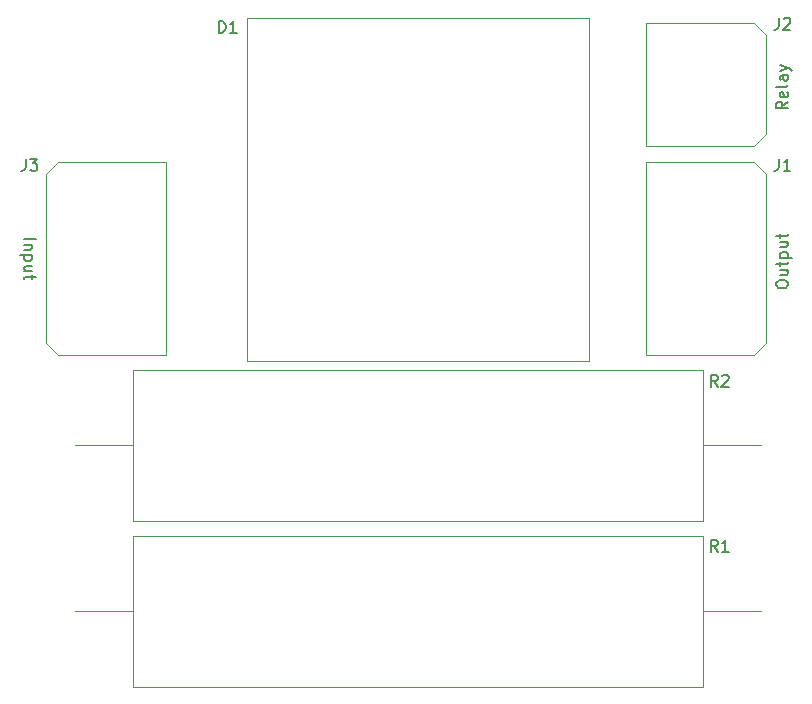
<source format=gbr>
%TF.GenerationSoftware,KiCad,Pcbnew,(6.0.1)*%
%TF.CreationDate,2022-06-01T15:12:45+03:00*%
%TF.ProjectId,Charge Adapter,43686172-6765-4204-9164-61707465722e,rev?*%
%TF.SameCoordinates,Original*%
%TF.FileFunction,Legend,Top*%
%TF.FilePolarity,Positive*%
%FSLAX46Y46*%
G04 Gerber Fmt 4.6, Leading zero omitted, Abs format (unit mm)*
G04 Created by KiCad (PCBNEW (6.0.1)) date 2022-06-01 15:12:45*
%MOMM*%
%LPD*%
G01*
G04 APERTURE LIST*
%ADD10C,0.150000*%
%ADD11C,0.120000*%
G04 APERTURE END LIST*
D10*
X155900380Y-54046285D02*
X155424190Y-54379619D01*
X155900380Y-54617714D02*
X154900380Y-54617714D01*
X154900380Y-54236761D01*
X154948000Y-54141523D01*
X154995619Y-54093904D01*
X155090857Y-54046285D01*
X155233714Y-54046285D01*
X155328952Y-54093904D01*
X155376571Y-54141523D01*
X155424190Y-54236761D01*
X155424190Y-54617714D01*
X155852761Y-53236761D02*
X155900380Y-53332000D01*
X155900380Y-53522476D01*
X155852761Y-53617714D01*
X155757523Y-53665333D01*
X155376571Y-53665333D01*
X155281333Y-53617714D01*
X155233714Y-53522476D01*
X155233714Y-53332000D01*
X155281333Y-53236761D01*
X155376571Y-53189142D01*
X155471809Y-53189142D01*
X155567047Y-53665333D01*
X155900380Y-52617714D02*
X155852761Y-52712952D01*
X155757523Y-52760571D01*
X154900380Y-52760571D01*
X155900380Y-51808190D02*
X155376571Y-51808190D01*
X155281333Y-51855809D01*
X155233714Y-51951047D01*
X155233714Y-52141523D01*
X155281333Y-52236761D01*
X155852761Y-51808190D02*
X155900380Y-51903428D01*
X155900380Y-52141523D01*
X155852761Y-52236761D01*
X155757523Y-52284380D01*
X155662285Y-52284380D01*
X155567047Y-52236761D01*
X155519428Y-52141523D01*
X155519428Y-51903428D01*
X155471809Y-51808190D01*
X155233714Y-51427238D02*
X155900380Y-51189142D01*
X155233714Y-50951047D02*
X155900380Y-51189142D01*
X156138476Y-51284380D01*
X156186095Y-51332000D01*
X156233714Y-51427238D01*
X154900380Y-69587809D02*
X154900380Y-69397333D01*
X154948000Y-69302095D01*
X155043238Y-69206857D01*
X155233714Y-69159238D01*
X155567047Y-69159238D01*
X155757523Y-69206857D01*
X155852761Y-69302095D01*
X155900380Y-69397333D01*
X155900380Y-69587809D01*
X155852761Y-69683047D01*
X155757523Y-69778285D01*
X155567047Y-69825904D01*
X155233714Y-69825904D01*
X155043238Y-69778285D01*
X154948000Y-69683047D01*
X154900380Y-69587809D01*
X155233714Y-68302095D02*
X155900380Y-68302095D01*
X155233714Y-68730666D02*
X155757523Y-68730666D01*
X155852761Y-68683047D01*
X155900380Y-68587809D01*
X155900380Y-68444952D01*
X155852761Y-68349714D01*
X155805142Y-68302095D01*
X155233714Y-67968761D02*
X155233714Y-67587809D01*
X154900380Y-67825904D02*
X155757523Y-67825904D01*
X155852761Y-67778285D01*
X155900380Y-67683047D01*
X155900380Y-67587809D01*
X155233714Y-67254476D02*
X156233714Y-67254476D01*
X155281333Y-67254476D02*
X155233714Y-67159238D01*
X155233714Y-66968761D01*
X155281333Y-66873523D01*
X155328952Y-66825904D01*
X155424190Y-66778285D01*
X155709904Y-66778285D01*
X155805142Y-66825904D01*
X155852761Y-66873523D01*
X155900380Y-66968761D01*
X155900380Y-67159238D01*
X155852761Y-67254476D01*
X155233714Y-65921142D02*
X155900380Y-65921142D01*
X155233714Y-66349714D02*
X155757523Y-66349714D01*
X155852761Y-66302095D01*
X155900380Y-66206857D01*
X155900380Y-66064000D01*
X155852761Y-65968761D01*
X155805142Y-65921142D01*
X155233714Y-65587809D02*
X155233714Y-65206857D01*
X154900380Y-65444952D02*
X155757523Y-65444952D01*
X155852761Y-65397333D01*
X155900380Y-65302095D01*
X155900380Y-65206857D01*
X91241619Y-65667142D02*
X92241619Y-65667142D01*
X91908285Y-66143333D02*
X91241619Y-66143333D01*
X91813047Y-66143333D02*
X91860666Y-66190952D01*
X91908285Y-66286190D01*
X91908285Y-66429047D01*
X91860666Y-66524285D01*
X91765428Y-66571904D01*
X91241619Y-66571904D01*
X91908285Y-67048095D02*
X90908285Y-67048095D01*
X91860666Y-67048095D02*
X91908285Y-67143333D01*
X91908285Y-67333809D01*
X91860666Y-67429047D01*
X91813047Y-67476666D01*
X91717809Y-67524285D01*
X91432095Y-67524285D01*
X91336857Y-67476666D01*
X91289238Y-67429047D01*
X91241619Y-67333809D01*
X91241619Y-67143333D01*
X91289238Y-67048095D01*
X91908285Y-68381428D02*
X91241619Y-68381428D01*
X91908285Y-67952857D02*
X91384476Y-67952857D01*
X91289238Y-68000476D01*
X91241619Y-68095714D01*
X91241619Y-68238571D01*
X91289238Y-68333809D01*
X91336857Y-68381428D01*
X91908285Y-68714761D02*
X91908285Y-69095714D01*
X92241619Y-68857619D02*
X91384476Y-68857619D01*
X91289238Y-68905238D01*
X91241619Y-69000476D01*
X91241619Y-69095714D01*
%TO.C,R2*%
X149947333Y-78176380D02*
X149614000Y-77700190D01*
X149375904Y-78176380D02*
X149375904Y-77176380D01*
X149756857Y-77176380D01*
X149852095Y-77224000D01*
X149899714Y-77271619D01*
X149947333Y-77366857D01*
X149947333Y-77509714D01*
X149899714Y-77604952D01*
X149852095Y-77652571D01*
X149756857Y-77700190D01*
X149375904Y-77700190D01*
X150328285Y-77271619D02*
X150375904Y-77224000D01*
X150471142Y-77176380D01*
X150709238Y-77176380D01*
X150804476Y-77224000D01*
X150852095Y-77271619D01*
X150899714Y-77366857D01*
X150899714Y-77462095D01*
X150852095Y-77604952D01*
X150280666Y-78176380D01*
X150899714Y-78176380D01*
%TO.C,R1*%
X149947333Y-92146380D02*
X149614000Y-91670190D01*
X149375904Y-92146380D02*
X149375904Y-91146380D01*
X149756857Y-91146380D01*
X149852095Y-91194000D01*
X149899714Y-91241619D01*
X149947333Y-91336857D01*
X149947333Y-91479714D01*
X149899714Y-91574952D01*
X149852095Y-91622571D01*
X149756857Y-91670190D01*
X149375904Y-91670190D01*
X150899714Y-92146380D02*
X150328285Y-92146380D01*
X150614000Y-92146380D02*
X150614000Y-91146380D01*
X150518761Y-91289238D01*
X150423523Y-91384476D01*
X150328285Y-91432095D01*
%TO.C,J3*%
X91360666Y-58888380D02*
X91360666Y-59602666D01*
X91313047Y-59745523D01*
X91217809Y-59840761D01*
X91074952Y-59888380D01*
X90979714Y-59888380D01*
X91741619Y-58888380D02*
X92360666Y-58888380D01*
X92027333Y-59269333D01*
X92170190Y-59269333D01*
X92265428Y-59316952D01*
X92313047Y-59364571D01*
X92360666Y-59459809D01*
X92360666Y-59697904D01*
X92313047Y-59793142D01*
X92265428Y-59840761D01*
X92170190Y-59888380D01*
X91884476Y-59888380D01*
X91789238Y-59840761D01*
X91741619Y-59793142D01*
%TO.C,J2*%
X155114666Y-46950380D02*
X155114666Y-47664666D01*
X155067047Y-47807523D01*
X154971809Y-47902761D01*
X154828952Y-47950380D01*
X154733714Y-47950380D01*
X155543238Y-47045619D02*
X155590857Y-46998000D01*
X155686095Y-46950380D01*
X155924190Y-46950380D01*
X156019428Y-46998000D01*
X156067047Y-47045619D01*
X156114666Y-47140857D01*
X156114666Y-47236095D01*
X156067047Y-47378952D01*
X155495619Y-47950380D01*
X156114666Y-47950380D01*
%TO.C,J1*%
X155114666Y-58888380D02*
X155114666Y-59602666D01*
X155067047Y-59745523D01*
X154971809Y-59840761D01*
X154828952Y-59888380D01*
X154733714Y-59888380D01*
X156114666Y-59888380D02*
X155543238Y-59888380D01*
X155828952Y-59888380D02*
X155828952Y-58888380D01*
X155733714Y-59031238D01*
X155638476Y-59126476D01*
X155543238Y-59174095D01*
%TO.C,D1*%
X107719904Y-48204380D02*
X107719904Y-47204380D01*
X107958000Y-47204380D01*
X108100857Y-47252000D01*
X108196095Y-47347238D01*
X108243714Y-47442476D01*
X108291333Y-47632952D01*
X108291333Y-47775809D01*
X108243714Y-47966285D01*
X108196095Y-48061523D01*
X108100857Y-48156761D01*
X107958000Y-48204380D01*
X107719904Y-48204380D01*
X109243714Y-48204380D02*
X108672285Y-48204380D01*
X108958000Y-48204380D02*
X108958000Y-47204380D01*
X108862761Y-47347238D01*
X108767523Y-47442476D01*
X108672285Y-47490095D01*
D11*
%TO.C,R2*%
X148711000Y-89509000D02*
X148711000Y-76769000D01*
X95551000Y-83139000D02*
X100471000Y-83139000D01*
X153631000Y-83139000D02*
X148711000Y-83139000D01*
X100471000Y-76769000D02*
X100471000Y-89509000D01*
X148711000Y-76769000D02*
X100471000Y-76769000D01*
X100471000Y-89509000D02*
X148711000Y-89509000D01*
%TO.C,R1*%
X148711000Y-103559000D02*
X148711000Y-90819000D01*
X95551000Y-97189000D02*
X100471000Y-97189000D01*
X153631000Y-97189000D02*
X148711000Y-97189000D01*
X100471000Y-90819000D02*
X100471000Y-103559000D01*
X148711000Y-90819000D02*
X100471000Y-90819000D01*
X100471000Y-103559000D02*
X148711000Y-103559000D01*
%TO.C,J3*%
X93123000Y-74495000D02*
X93123000Y-60125000D01*
X94123000Y-75495000D02*
X93123000Y-74495000D01*
X94123000Y-59125000D02*
X103253000Y-59125000D01*
X103253000Y-59125000D02*
X103253000Y-75495000D01*
X103253000Y-75495000D02*
X94123000Y-75495000D01*
X93123000Y-60125000D02*
X94123000Y-59125000D01*
%TO.C,J2*%
X154019000Y-56763000D02*
X153019000Y-57763000D01*
X153019000Y-57763000D02*
X143889000Y-57763000D01*
X153019000Y-47393000D02*
X154019000Y-48393000D01*
X143889000Y-57763000D02*
X143889000Y-47393000D01*
X154019000Y-48393000D02*
X154019000Y-56763000D01*
X143889000Y-47393000D02*
X153019000Y-47393000D01*
%TO.C,J1*%
X154019000Y-60125000D02*
X154019000Y-74495000D01*
X153019000Y-59125000D02*
X154019000Y-60125000D01*
X153019000Y-75495000D02*
X143889000Y-75495000D01*
X143889000Y-75495000D02*
X143889000Y-59125000D01*
X143889000Y-59125000D02*
X153019000Y-59125000D01*
X154019000Y-74495000D02*
X153019000Y-75495000D01*
%TO.C,D1*%
X139074000Y-75968000D02*
X139074000Y-46968000D01*
X139074000Y-75968000D02*
X110074000Y-75968000D01*
X110074000Y-75968000D02*
X110074000Y-46968000D01*
X139074000Y-46968000D02*
X110074000Y-46968000D01*
%TD*%
M02*

</source>
